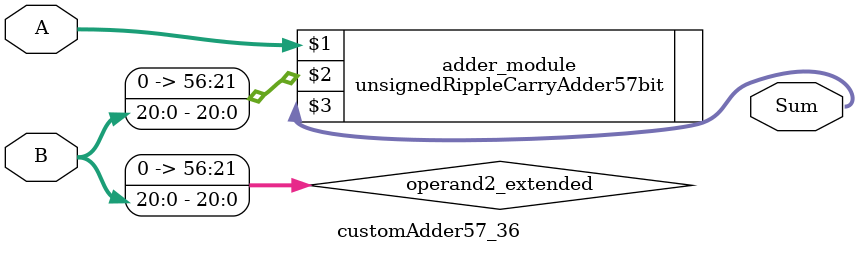
<source format=v>
module customAdder57_36(
                        input [56 : 0] A,
                        input [20 : 0] B,
                        
                        output [57 : 0] Sum
                );

        wire [56 : 0] operand2_extended;
        
        assign operand2_extended =  {36'b0, B};
        
        unsignedRippleCarryAdder57bit adder_module(
            A,
            operand2_extended,
            Sum
        );
        
        endmodule
        
</source>
